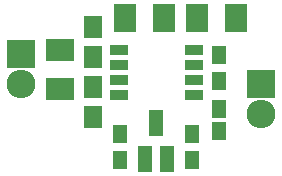
<source format=gts>
G04 #@! TF.FileFunction,Soldermask,Top*
%FSLAX46Y46*%
G04 Gerber Fmt 4.6, Leading zero omitted, Abs format (unit mm)*
G04 Created by KiCad (PCBNEW 4.0.0-stable) date 2016 March 08, Tuesday 03:17:28*
%MOMM*%
G01*
G04 APERTURE LIST*
%ADD10C,0.100000*%
%ADD11R,1.650000X1.900000*%
%ADD12R,1.924000X2.432000*%
%ADD13R,2.432000X1.924000*%
%ADD14R,1.150000X1.600000*%
%ADD15R,2.432000X2.432000*%
%ADD16O,2.432000X2.432000*%
%ADD17R,1.200100X2.200860*%
%ADD18R,1.300000X1.600000*%
%ADD19R,1.543000X0.908000*%
G04 APERTURE END LIST*
D10*
D11*
X136398000Y-100350000D03*
X136398000Y-102850000D03*
X136398000Y-105430000D03*
X136398000Y-107930000D03*
D12*
X148463000Y-99568000D03*
X145161000Y-99568000D03*
D13*
X133604000Y-105537000D03*
X133604000Y-102235000D03*
D14*
X147066000Y-109154000D03*
X147066000Y-107254000D03*
D12*
X142367000Y-99568000D03*
X139065000Y-99568000D03*
D15*
X130302000Y-102616000D03*
D16*
X130302000Y-105156000D03*
D15*
X150622000Y-105156000D03*
D16*
X150622000Y-107696000D03*
D17*
X140782000Y-111483140D03*
X142682000Y-111483140D03*
X141732000Y-108480860D03*
D18*
X147066000Y-102702000D03*
X147066000Y-104902000D03*
X138684000Y-109390000D03*
X138684000Y-111590000D03*
X144780000Y-111590000D03*
X144780000Y-109390000D03*
D19*
X144907000Y-102235000D03*
X144907000Y-103505000D03*
X144907000Y-104775000D03*
X144907000Y-106045000D03*
X138557000Y-106045000D03*
X138557000Y-104775000D03*
X138557000Y-103505000D03*
X138557000Y-102235000D03*
M02*

</source>
